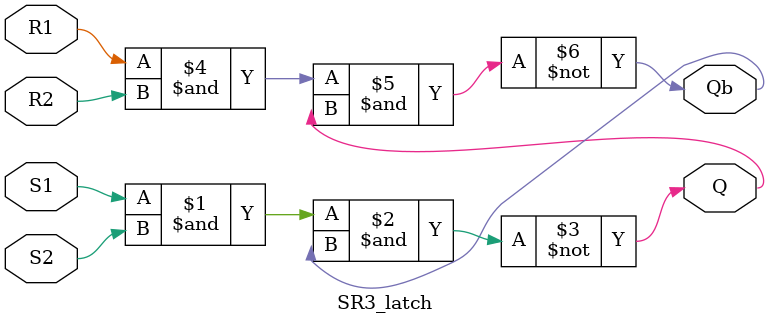
<source format=v>
`timescale 1ns/1ns
module SR3_latch(input S1, S2, R1, R2, output Q, Qb);

	nand #12 N1(Q, S1, S2, Qb);
	nand #12 N2(Qb, R1, R2, Q);

endmodule
</source>
